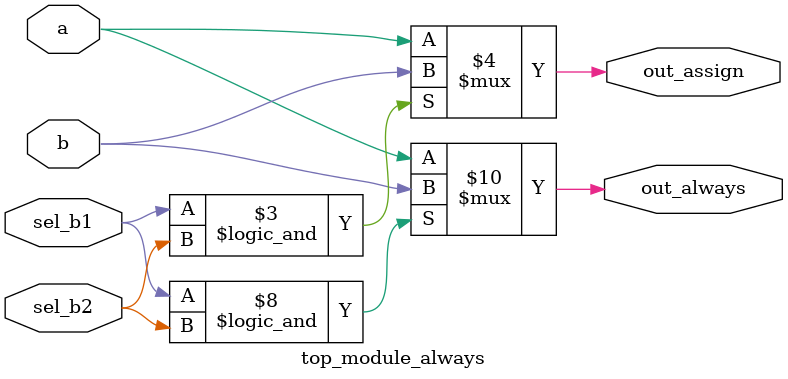
<source format=v>
module top_module_always (
    input a,
    input b,
    input sel_b1,
    input sel_b2,
    output wire out_assign,
    output reg out_always
);

    assign out_assign = (sel_b1 == 1'b1 && sel_b2 == 1'b1) ? b : a;

    always @ (*) begin
        if (sel_b1 == 1'b1 && sel_b2 == 1'b1) begin
            out_always = b;
        end
        else begin
            out_always = a; 
        end
    end

endmodule
</source>
